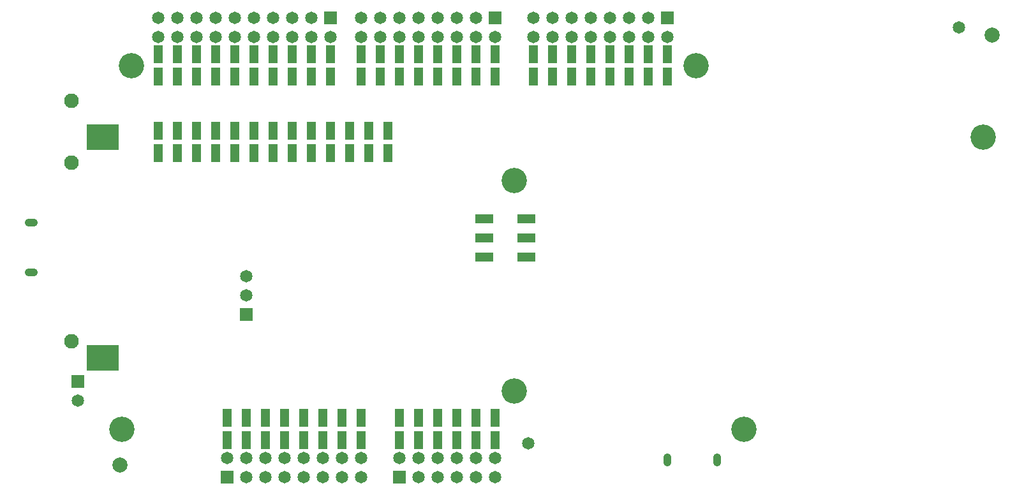
<source format=gbs>
G04*
G04 #@! TF.GenerationSoftware,Altium Limited,Altium Designer,19.0.15 (446)*
G04*
G04 Layer_Color=16711935*
%FSLAX24Y24*%
%MOIN*%
G70*
G01*
G75*
%ADD118R,0.0462X0.0922*%
%ADD157C,0.0787*%
%ADD198C,0.0651*%
%ADD199C,0.1320*%
%ADD200R,0.0651X0.0651*%
%ADD201R,0.0651X0.0651*%
%ADD202O,0.0690X0.0414*%
%ADD203O,0.0414X0.0690*%
%ADD204C,0.0761*%
%ADD246R,0.1714X0.1320*%
%ADD247R,0.0934X0.0462*%
D118*
X18400Y17423D02*
D03*
Y18577D02*
D03*
X17400Y17423D02*
D03*
Y18577D02*
D03*
X13400Y17423D02*
D03*
Y18577D02*
D03*
X14400Y17423D02*
D03*
Y18577D02*
D03*
X8400Y17423D02*
D03*
Y18577D02*
D03*
X9400D02*
D03*
Y17423D02*
D03*
X10400Y18577D02*
D03*
Y17423D02*
D03*
X12400Y18577D02*
D03*
Y17423D02*
D03*
X11400Y18577D02*
D03*
Y17423D02*
D03*
X7400D02*
D03*
Y18577D02*
D03*
X16400D02*
D03*
Y17423D02*
D03*
X15400Y18577D02*
D03*
Y17423D02*
D03*
X19400Y18577D02*
D03*
Y17423D02*
D03*
X10400Y22577D02*
D03*
Y21423D02*
D03*
X9400Y22577D02*
D03*
Y21423D02*
D03*
X15400Y22577D02*
D03*
Y21423D02*
D03*
X14400D02*
D03*
Y22577D02*
D03*
X13400Y21423D02*
D03*
Y22577D02*
D03*
X11400Y21423D02*
D03*
Y22577D02*
D03*
X12400Y21423D02*
D03*
Y22577D02*
D03*
X16400D02*
D03*
Y21423D02*
D03*
X7400D02*
D03*
Y22577D02*
D03*
X8400Y21423D02*
D03*
Y22577D02*
D03*
X34000Y21423D02*
D03*
Y22577D02*
D03*
X30000D02*
D03*
Y21423D02*
D03*
X29000Y22577D02*
D03*
Y21423D02*
D03*
X31000Y22577D02*
D03*
Y21423D02*
D03*
X32000Y22577D02*
D03*
Y21423D02*
D03*
X33000D02*
D03*
Y22577D02*
D03*
X27000Y21423D02*
D03*
Y22577D02*
D03*
X28000Y21423D02*
D03*
Y22577D02*
D03*
X25000Y21423D02*
D03*
Y22577D02*
D03*
X21000D02*
D03*
Y21423D02*
D03*
X20000Y22577D02*
D03*
Y21423D02*
D03*
X22000Y22577D02*
D03*
Y21423D02*
D03*
X23000Y22577D02*
D03*
Y21423D02*
D03*
X24000D02*
D03*
Y22577D02*
D03*
X18000Y21423D02*
D03*
Y22577D02*
D03*
X19000Y21423D02*
D03*
Y22577D02*
D03*
X11000Y3577D02*
D03*
Y2423D02*
D03*
X15000D02*
D03*
Y3577D02*
D03*
X16000Y2423D02*
D03*
Y3577D02*
D03*
X14000Y2423D02*
D03*
Y3577D02*
D03*
X13000Y2423D02*
D03*
Y3577D02*
D03*
X12000D02*
D03*
Y2423D02*
D03*
X18000Y3577D02*
D03*
Y2423D02*
D03*
X17000Y3577D02*
D03*
Y2423D02*
D03*
X21000D02*
D03*
Y3577D02*
D03*
X22000D02*
D03*
Y2423D02*
D03*
X23000Y3577D02*
D03*
Y2423D02*
D03*
X25000Y3577D02*
D03*
Y2423D02*
D03*
X24000Y3577D02*
D03*
Y2423D02*
D03*
X20000D02*
D03*
Y3577D02*
D03*
D157*
X50973Y23600D02*
D03*
X5411Y1120D02*
D03*
D198*
X12000Y10000D02*
D03*
Y11000D02*
D03*
X3220Y4490D02*
D03*
X7400Y24500D02*
D03*
Y23500D02*
D03*
X8400D02*
D03*
Y24500D02*
D03*
X10400D02*
D03*
Y23500D02*
D03*
X11400D02*
D03*
Y24500D02*
D03*
X13400Y23500D02*
D03*
Y24500D02*
D03*
X16400Y23500D02*
D03*
X15400Y24500D02*
D03*
Y23500D02*
D03*
X14400Y24500D02*
D03*
Y23500D02*
D03*
X12400Y24500D02*
D03*
Y23500D02*
D03*
X9400D02*
D03*
Y24500D02*
D03*
X27000D02*
D03*
Y23500D02*
D03*
X30000D02*
D03*
Y24500D02*
D03*
X32000Y23500D02*
D03*
Y24500D02*
D03*
X33000Y23500D02*
D03*
Y24500D02*
D03*
X34000Y23500D02*
D03*
X31000Y24500D02*
D03*
Y23500D02*
D03*
X29000Y24500D02*
D03*
Y23500D02*
D03*
X28000D02*
D03*
Y24500D02*
D03*
X18000D02*
D03*
Y23500D02*
D03*
X21000D02*
D03*
Y24500D02*
D03*
X23000Y23500D02*
D03*
Y24500D02*
D03*
X24000Y23500D02*
D03*
Y24500D02*
D03*
X25000Y23500D02*
D03*
X22000Y24500D02*
D03*
Y23500D02*
D03*
X20000Y24500D02*
D03*
Y23500D02*
D03*
X19000D02*
D03*
Y24500D02*
D03*
X18000Y500D02*
D03*
Y1500D02*
D03*
X15000D02*
D03*
Y500D02*
D03*
X13000Y1500D02*
D03*
Y500D02*
D03*
X12000Y1500D02*
D03*
Y500D02*
D03*
X11000Y1500D02*
D03*
X14000Y500D02*
D03*
Y1500D02*
D03*
X16000Y500D02*
D03*
Y1500D02*
D03*
X17000D02*
D03*
Y500D02*
D03*
X25000Y1500D02*
D03*
Y500D02*
D03*
X23000Y1500D02*
D03*
Y500D02*
D03*
X20000Y1500D02*
D03*
X21000Y500D02*
D03*
Y1500D02*
D03*
X22000Y500D02*
D03*
Y1500D02*
D03*
X24000Y500D02*
D03*
Y1500D02*
D03*
X49250Y24000D02*
D03*
X26750Y2250D02*
D03*
D199*
X50500Y18250D02*
D03*
X26000Y5000D02*
D03*
Y16000D02*
D03*
X5500Y3000D02*
D03*
X6000Y22000D02*
D03*
X38000Y3000D02*
D03*
X35500Y22000D02*
D03*
D200*
X12000Y9000D02*
D03*
X3220Y5490D02*
D03*
D201*
X16400Y24500D02*
D03*
X34000D02*
D03*
X25000D02*
D03*
X11000Y500D02*
D03*
X20000D02*
D03*
D202*
X765Y13799D02*
D03*
Y11201D02*
D03*
D203*
X34027Y1400D02*
D03*
X36626D02*
D03*
D204*
X2880Y7590D02*
D03*
Y16929D02*
D03*
Y20157D02*
D03*
D246*
X4500Y6726D02*
D03*
Y18262D02*
D03*
D247*
X24438Y12000D02*
D03*
X26662D02*
D03*
X24438Y13000D02*
D03*
Y14000D02*
D03*
X26662Y13000D02*
D03*
Y14000D02*
D03*
M02*

</source>
